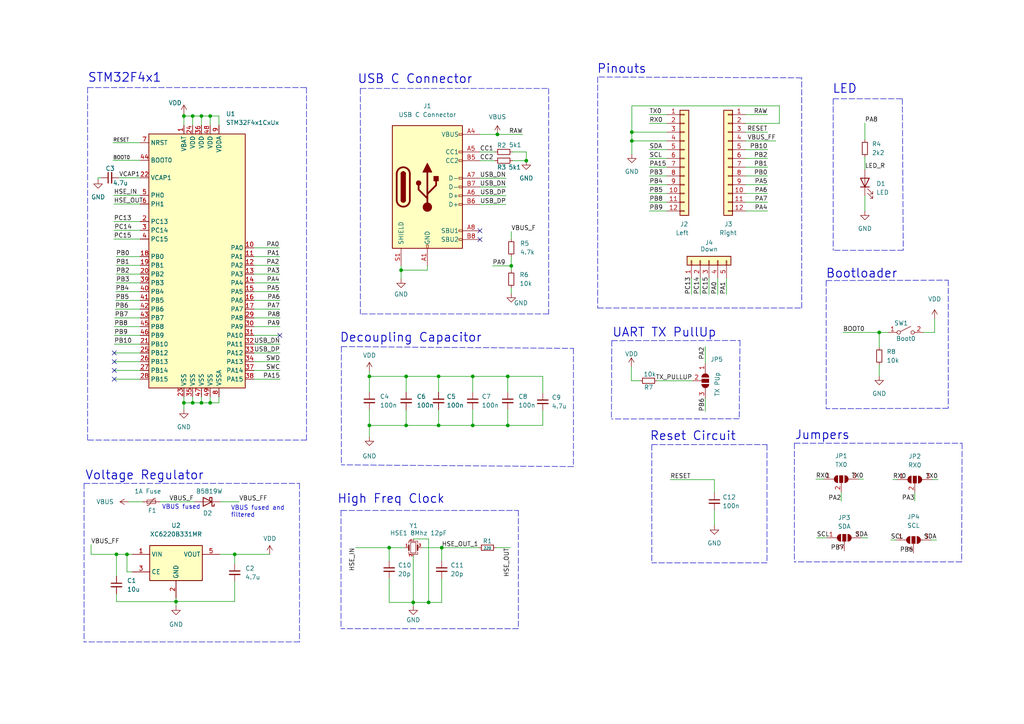
<source format=kicad_sch>
(kicad_sch (version 20211123) (generator eeschema)
  (paper "A4")
  (title_block (title "STeMCell") (date "2022-02-12") (rev "1.0.0"))
  (lib_symbols
    (symbol "Connector:USB_C_Receptacle_USB2.0" (pin_names (offset 1.016))
      (property "Reference" "J" (at -10.16 19.05 0))
      (property "Value" "USB_C_Receptacle_USB2.0" (at 19.05 19.05 0))
      (symbol "USB_C_Receptacle_USB2.0_0_0"
        (rectangle (start -0.254 -17.78) (end 0.254 -16.764))
        (rectangle (start 10.16 -14.986) (end 9.144 -15.494))
        (rectangle (start 10.16 -12.446) (end 9.144 -12.954))
        (rectangle (start 10.16 -4.826) (end 9.144 -5.334))
        (rectangle (start 10.16 -2.286) (end 9.144 -2.794))
        (rectangle (start 10.16 0.254) (end 9.144 -0.254))
        (rectangle (start 10.16 2.794) (end 9.144 2.286))
        (rectangle (start 10.16 7.874) (end 9.144 7.366))
        (rectangle (start 10.16 10.414) (end 9.144 9.906))
        (rectangle (start 10.16 15.494) (end 9.144 14.986))
      )
      (symbol "USB_C_Receptacle_USB2.0_0_1"
        (rectangle (start -10.16 17.78) (end 10.16 -17.78) (stroke (width 0.254)) (fill (type background)))
        (arc (start -8.89 -3.81) (mid -6.985 -5.715) (end -5.08 -3.81) (stroke (width 0.508)))
        (arc (start -7.62 -3.81) (mid -6.985 -4.445) (end -6.35 -3.81) (stroke (width 0.254)))
        (arc (start -7.62 -3.81) (mid -6.985 -4.445) (end -6.35 -3.81) (stroke (width 0.254)) (fill (type outline)))
        (rectangle (start -7.62 -3.81) (end -6.35 3.81) (stroke (width 0.254)) (fill (type outline)))
        (arc (start -6.35 3.81) (mid -6.985 4.445) (end -7.62 3.81) (stroke (width 0.254)))
        (arc (start -6.35 3.81) (mid -6.985 4.445) (end -7.62 3.81) (stroke (width 0.254)) (fill (type outline)))
        (arc (start -5.08 3.81) (mid -6.985 5.715) (end -8.89 3.81) (stroke (width 0.508)))
        (circle (center -2.54 1.143) (radius 0.635) (stroke (width 0.254)) (fill (type outline)))
        (circle (center 0 -5.842) (radius 1.27) (fill (type outline)))
        (polyline (pts (xy -8.89 -3.81) (xy -8.89 3.81)) (stroke (width 0.508)))
        (polyline (pts (xy -5.08 3.81) (xy -5.08 -3.81)) (stroke (width 0.508)))
        (polyline (pts (xy 0 -5.842) (xy 0 4.318)) (stroke (width 0.508)))
        (polyline (pts (xy 0 -3.302) (xy -2.54 -0.762) (xy -2.54 0.508)) (stroke (width 0.508)))
        (polyline (pts (xy 0 -2.032) (xy 2.54 0.508) (xy 2.54 1.778)) (stroke (width 0.508)))
        (polyline (pts (xy -1.27 4.318) (xy 0 6.858) (xy 1.27 4.318) (xy -1.27 4.318)) (stroke (width 0.254)) (fill (type outline)))
        (rectangle (start 1.905 1.778) (end 3.175 3.048) (stroke (width 0.254)) (fill (type outline)))
      )
      (symbol "USB_C_Receptacle_USB2.0_1_1"
        (pin passive line (at 0 -22.86 90) (length 5.08) (name "GND") (number "A1"))
        (pin passive line (at 0 -22.86 90) (length 5.08) hide (name "GND") (number "A12"))
        (pin passive line (at 15.24 15.24 180) (length 5.08) (name "VBUS") (number "A4"))
        (pin bidirectional line (at 15.24 10.16 180) (length 5.08) (name "CC1") (number "A5"))
        (pin bidirectional line (at 15.24 -2.54 180) (length 5.08) (name "D+") (number "A6"))
        (pin bidirectional line (at 15.24 2.54 180) (length 5.08) (name "D-") (number "A7"))
        (pin bidirectional line (at 15.24 -12.7 180) (length 5.08) (name "SBU1") (number "A8"))
        (pin passive line (at 15.24 15.24 180) (length 5.08) hide (name "VBUS") (number "A9"))
        (pin passive line (at 0 -22.86 90) (length 5.08) hide (name "GND") (number "B1"))
        (pin passive line (at 0 -22.86 90) (length 5.08) hide (name "GND") (number "B12"))
        (pin passive line (at 15.24 15.24 180) (length 5.08) hide (name "VBUS") (number "B4"))
        (pin bidirectional line (at 15.24 7.62 180) (length 5.08) (name "CC2") (number "B5"))
        (pin bidirectional line (at 15.24 -5.08 180) (length 5.08) (name "D+") (number "B6"))
        (pin bidirectional line (at 15.24 0 180) (length 5.08) (name "D-") (number "B7"))
        (pin bidirectional line (at 15.24 -15.24 180) (length 5.08) (name "SBU2") (number "B8"))
        (pin passive line (at 15.24 15.24 180) (length 5.08) hide (name "VBUS") (number "B9"))
        (pin passive line (at -7.62 -22.86 90) (length 5.08) (name "SHIELD") (number "S1"))
      )
    )
    (symbol "Connector_Generic:Conn_01x05" (pin_names (offset 1.016) hide)
      (property "Reference" "J" (at 0 7.62 0))
      (property "Value" "Conn_01x05" (at 0 -7.62 0))
      (symbol "Conn_01x05_1_1"
        (rectangle (start -1.27 -4.953) (end 0 -5.207) (stroke (width 0.1524)))
        (rectangle (start -1.27 -2.413) (end 0 -2.667) (stroke (width 0.1524)))
        (rectangle (start -1.27 0.127) (end 0 -0.127) (stroke (width 0.1524)))
        (rectangle (start -1.27 2.667) (end 0 2.413) (stroke (width 0.1524)))
        (rectangle (start -1.27 5.207) (end 0 4.953) (stroke (width 0.1524)))
        (rectangle (start -1.27 6.35) (end 1.27 -6.35) (stroke (width 0.254)) (fill (type background)))
        (pin passive line (at -5.08 5.08 0) (length 3.81) (name "Pin_1") (number "1"))
        (pin passive line (at -5.08 2.54 0) (length 3.81) (name "Pin_2") (number "2"))
        (pin passive line (at -5.08 0 0) (length 3.81) (name "Pin_3") (number "3"))
        (pin passive line (at -5.08 -2.54 0) (length 3.81) (name "Pin_4") (number "4"))
        (pin passive line (at -5.08 -5.08 0) (length 3.81) (name "Pin_5") (number "5"))
      )
    )
    (symbol "Connector_Generic:Conn_01x12" (pin_names (offset 1.016) hide)
      (property "Reference" "J" (at 0 15.24 0))
      (property "Value" "Conn_01x12" (at 0 -17.78 0))
      (symbol "Conn_01x12_1_1"
        (rectangle (start -1.27 -15.113) (end 0 -15.367) (stroke (width 0.1524)))
        (rectangle (start -1.27 -12.573) (end 0 -12.827) (stroke (width 0.1524)))
        (rectangle (start -1.27 -10.033) (end 0 -10.287) (stroke (width 0.1524)))
        (rectangle (start -1.27 -7.493) (end 0 -7.747) (stroke (width 0.1524)))
        (rectangle (start -1.27 -4.953) (end 0 -5.207) (stroke (width 0.1524)))
        (rectangle (start -1.27 -2.413) (end 0 -2.667) (stroke (width 0.1524)))
        (rectangle (start -1.27 0.127) (end 0 -0.127) (stroke (width 0.1524)))
        (rectangle (start -1.27 2.667) (end 0 2.413) (stroke (width 0.1524)))
        (rectangle (start -1.27 5.207) (end 0 4.953) (stroke (width 0.1524)))
        (rectangle (start -1.27 7.747) (end 0 7.493) (stroke (width 0.1524)))
        (rectangle (start -1.27 10.287) (end 0 10.033) (stroke (width 0.1524)))
        (rectangle (start -1.27 12.827) (end 0 12.573) (stroke (width 0.1524)))
        (rectangle (start -1.27 13.97) (end 1.27 -16.51) (stroke (width 0.254)) (fill (type background)))
        (pin passive line (at -5.08 12.7 0) (length 3.81) (name "Pin_1") (number "1"))
        (pin passive line (at -5.08 -10.16 0) (length 3.81) (name "Pin_10") (number "10"))
        (pin passive line (at -5.08 -12.7 0) (length 3.81) (name "Pin_11") (number "11"))
        (pin passive line (at -5.08 -15.24 0) (length 3.81) (name "Pin_12") (number "12"))
        (pin passive line (at -5.08 10.16 0) (length 3.81) (name "Pin_2") (number "2"))
        (pin passive line (at -5.08 7.62 0) (length 3.81) (name "Pin_3") (number "3"))
        (pin passive line (at -5.08 5.08 0) (length 3.81) (name "Pin_4") (number "4"))
        (pin passive line (at -5.08 2.54 0) (length 3.81) (name "Pin_5") (number "5"))
        (pin passive line (at -5.08 0 0) (length 3.81) (name "Pin_6") (number "6"))
        (pin passive line (at -5.08 -2.54 0) (length 3.81) (name "Pin_7") (number "7"))
        (pin passive line (at -5.08 -5.08 0) (length 3.81) (name "Pin_8") (number "8"))
        (pin passive line (at -5.08 -7.62 0) (length 3.81) (name "Pin_9") (number "9"))
      )
    )
    (symbol "Device:C_Small" (pin_numbers hide) (pin_names (offset 0.254) hide)
      (property "Reference" "C" (at 0.254 1.778 0))
      (property "Value" "C_Small" (at 0.254 -2.032 0))
      (symbol "C_Small_0_1"
        (polyline (pts (xy -1.524 -0.508) (xy 1.524 -0.508)) (stroke (width 0.3302)))
        (polyline (pts (xy -1.524 0.508) (xy 1.524 0.508)) (stroke (width 0.3048)))
      )
      (symbol "C_Small_1_1"
        (pin passive line (at 0 2.54 270) (length 2.032) (name "~") (number "1"))
        (pin passive line (at 0 -2.54 90) (length 2.032) (name "~") (number "2"))
      )
    )
    (symbol "Device:Crystal_GND24_Small" (pin_names (offset 1.016) hide)
      (property "Reference" "Y" (at 1.27 4.445 0))
      (property "Value" "Crystal_GND24_Small" (at 1.27 2.54 0))
      (symbol "Crystal_GND24_Small_0_1"
        (rectangle (start -0.762 -1.524) (end 0.762 1.524))
        (polyline (pts (xy -1.27 -0.762) (xy -1.27 0.762)) (stroke (width 0.381)))
        (polyline (pts (xy 1.27 -0.762) (xy 1.27 0.762)) (stroke (width 0.381)))
        (polyline (pts (xy -1.27 -1.27) (xy -1.27 -1.905) (xy 1.27 -1.905) (xy 1.27 -1.27)))
        (polyline (pts (xy -1.27 1.27) (xy -1.27 1.905) (xy 1.27 1.905) (xy 1.27 1.27)))
      )
      (symbol "Crystal_GND24_Small_1_1"
        (pin passive line (at -2.54 0 0) (length 1.27) (name "1") (number "1"))
        (pin passive line (at 0 -2.54 90) (length 0.635) (name "2") (number "2"))
        (pin passive line (at 2.54 0 180) (length 1.27) (name "3") (number "3"))
        (pin passive line (at 0 2.54 270) (length 0.635) (name "4") (number "4"))
      )
    )
    (symbol "Device:LED" (pin_numbers hide) (pin_names (offset 1.016) hide)
      (property "Reference" "D" (at 0 2.54 0))
      (property "Value" "LED" (at 0 -2.54 0))
      (symbol "LED_0_1"
        (polyline (pts (xy -1.27 -1.27) (xy -1.27 1.27)) (stroke (width 0.254)))
        (polyline (pts (xy -1.27 0) (xy 1.27 0)))
        (polyline (pts (xy 1.27 -1.27) (xy 1.27 1.27) (xy -1.27 0) (xy 1.27 -1.27)) (stroke (width 0.254)))
        (polyline (pts (xy -3.048 -0.762) (xy -4.572 -2.286) (xy -3.81 -2.286) (xy -4.572 -2.286) (xy -4.572 -1.524)))
        (polyline (pts (xy -1.778 -0.762) (xy -3.302 -2.286) (xy -2.54 -2.286) (xy -3.302 -2.286) (xy -3.302 -1.524)))
      )
      (symbol "LED_1_1"
        (pin passive line (at -3.81 0 0) (length 2.54) (name "K") (number "1"))
        (pin passive line (at 3.81 0 180) (length 2.54) (name "A") (number "2"))
      )
    )
    (symbol "Device:Polyfuse_Small" (pin_numbers hide) (pin_names (offset 0))
      (property "Reference" "F" (at -1.905 0 90))
      (property "Value" "Polyfuse_Small" (at 1.905 0 90))
      (symbol "Polyfuse_Small_0_1"
        (rectangle (start -0.508 1.27) (end 0.508 -1.27))
        (polyline (pts (xy 0 2.54) (xy 0 -2.54)))
        (polyline (pts (xy -1.016 1.27) (xy -1.016 0.762) (xy 1.016 -0.762) (xy 1.016 -1.27)))
      )
      (symbol "Polyfuse_Small_1_1"
        (pin passive line (at 0 2.54 270) (length 0.635) (name "~") (number "1"))
        (pin passive line (at 0 -2.54 90) (length 0.635) (name "~") (number "2"))
      )
    )
    (symbol "Device:R_Small" (pin_numbers hide) (pin_names (offset 0.254) hide)
      (property "Reference" "R" (at 0.762 0.508 0))
      (property "Value" "R_Small" (at 0.762 -1.016 0))
      (symbol "R_Small_0_1"
        (rectangle (start -0.762 1.778) (end 0.762 -1.778) (stroke (width 0.2032)))
      )
      (symbol "R_Small_1_1"
        (pin passive line (at 0 2.54 270) (length 0.762) (name "~") (number "1"))
        (pin passive line (at 0 -2.54 90) (length 0.762) (name "~") (number "2"))
      )
    )
    (symbol "Diode:1N5819" (pin_numbers hide) (pin_names (offset 1.016) hide)
      (property "Reference" "D" (at 0 2.54 0))
      (property "Value" "1N5819" (at 0 -2.54 0))
      (symbol "1N5819_0_1"
        (polyline (pts (xy 1.27 0) (xy -1.27 0)))
        (polyline (pts (xy 1.27 1.27) (xy 1.27 -1.27) (xy -1.27 0) (xy 1.27 1.27)) (stroke (width 0.254)))
        (polyline (pts (xy -1.905 0.635) (xy -1.905 1.27) (xy -1.27 1.27) (xy -1.27 -1.27) (xy -0.635 -1.27) (xy -0.635 -0.635)) (stroke (width 0.254)))
      )
      (symbol "1N5819_1_1"
        (pin passive line (at -3.81 0 0) (length 2.54) (name "K") (number "1"))
        (pin passive line (at 3.81 0 180) (length 2.54) (name "A") (number "2"))
      )
    )
    (symbol "Jumper:SolderJumper_3_Open" (pin_names (offset 0) hide)
      (property "Reference" "JP" (at -2.54 -2.54 0))
      (property "Value" "SolderJumper_3_Open" (at 0 2.794 0))
      (symbol "SolderJumper_3_Open_0_1"
        (arc (start -1.016 1.016) (mid -2.032 0) (end -1.016 -1.016))
        (arc (start -1.016 1.016) (mid -2.032 0) (end -1.016 -1.016) (fill (type outline)))
        (rectangle (start -0.508 1.016) (end 0.508 -1.016) (fill (type outline)))
        (polyline (pts (xy -2.54 0) (xy -2.032 0)))
        (polyline (pts (xy -1.016 1.016) (xy -1.016 -1.016)))
        (polyline (pts (xy 0 -1.27) (xy 0 -1.016)))
        (polyline (pts (xy 1.016 1.016) (xy 1.016 -1.016)))
        (polyline (pts (xy 2.54 0) (xy 2.032 0)))
        (arc (start 1.016 -1.016) (mid 2.032 0) (end 1.016 1.016))
        (arc (start 1.016 -1.016) (mid 2.032 0) (end 1.016 1.016) (fill (type outline)))
      )
      (symbol "SolderJumper_3_Open_1_1"
        (pin passive line (at -5.08 0 0) (length 2.54) (name "A") (number "1"))
        (pin input line (at 0 -3.81 90) (length 2.54) (name "C") (number "2"))
        (pin passive line (at 5.08 0 180) (length 2.54) (name "B") (number "3"))
      )
    )
    (symbol "MCU_ST_STM32F4:STM32F411CCUx"
      (property "Reference" "U" (at -15.24 36.83 0))
      (property "Value" "STM32F411CCUx" (at 7.62 36.83 0))
      (symbol "STM32F411CCUx_0_1"
        (rectangle (start -15.24 -38.1) (end 12.7 35.56) (stroke (width 0.254)) (fill (type background)))
      )
      (symbol "STM32F411CCUx_1_1"
        (pin power_in line (at -5.08 38.1 270) (length 2.54) (name "VBAT") (number "1"))
        (pin bidirectional line (at 15.24 2.54 180) (length 2.54) (name "PA0") (number "10"))
        (pin bidirectional line (at 15.24 0 180) (length 2.54) (name "PA1") (number "11"))
        (pin bidirectional line (at 15.24 -2.54 180) (length 2.54) (name "PA2") (number "12"))
        (pin bidirectional line (at 15.24 -5.08 180) (length 2.54) (name "PA3") (number "13"))
        (pin bidirectional line (at 15.24 -7.62 180) (length 2.54) (name "PA4") (number "14"))
        (pin bidirectional line (at 15.24 -10.16 180) (length 2.54) (name "PA5") (number "15"))
        (pin bidirectional line (at 15.24 -12.7 180) (length 2.54) (name "PA6") (number "16"))
        (pin bidirectional line (at 15.24 -15.24 180) (length 2.54) (name "PA7") (number "17"))
        (pin bidirectional line (at -17.78 0 0) (length 2.54) (name "PB0") (number "18"))
        (pin bidirectional line (at -17.78 -2.54 0) (length 2.54) (name "PB1") (number "19"))
        (pin bidirectional line (at -17.78 10.16 0) (length 2.54) (name "PC13") (number "2"))
        (pin bidirectional line (at -17.78 -5.08 0) (length 2.54) (name "PB2") (number "20"))
        (pin bidirectional line (at -17.78 -25.4 0) (length 2.54) (name "PB10") (number "21"))
        (pin power_in line (at -17.78 22.86 0) (length 2.54) (name "VCAP1") (number "22"))
        (pin power_in line (at -5.08 -40.64 90) (length 2.54) (name "VSS") (number "23"))
        (pin power_in line (at -2.54 38.1 270) (length 2.54) (name "VDD") (number "24"))
        (pin bidirectional line (at -17.78 -27.94 0) (length 2.54) (name "PB12") (number "25"))
        (pin bidirectional line (at -17.78 -30.48 0) (length 2.54) (name "PB13") (number "26"))
        (pin bidirectional line (at -17.78 -33.02 0) (length 2.54) (name "PB14") (number "27"))
        (pin bidirectional line (at -17.78 -35.56 0) (length 2.54) (name "PB15") (number "28"))
        (pin bidirectional line (at 15.24 -17.78 180) (length 2.54) (name "PA8") (number "29"))
        (pin bidirectional line (at -17.78 7.62 0) (length 2.54) (name "PC14") (number "3"))
        (pin bidirectional line (at 15.24 -20.32 180) (length 2.54) (name "PA9") (number "30"))
        (pin bidirectional line (at 15.24 -22.86 180) (length 2.54) (name "PA10") (number "31"))
        (pin bidirectional line (at 15.24 -25.4 180) (length 2.54) (name "PA11") (number "32"))
        (pin bidirectional line (at 15.24 -27.94 180) (length 2.54) (name "PA12") (number "33"))
        (pin bidirectional line (at 15.24 -30.48 180) (length 2.54) (name "PA13") (number "34"))
        (pin power_in line (at -2.54 -40.64 90) (length 2.54) (name "VSS") (number "35"))
        (pin power_in line (at 0 38.1 270) (length 2.54) (name "VDD") (number "36"))
        (pin bidirectional line (at 15.24 -33.02 180) (length 2.54) (name "PA14") (number "37"))
        (pin bidirectional line (at 15.24 -35.56 180) (length 2.54) (name "PA15") (number "38"))
        (pin bidirectional line (at -17.78 -7.62 0) (length 2.54) (name "PB3") (number "39"))
        (pin bidirectional line (at -17.78 5.08 0) (length 2.54) (name "PC15") (number "4"))
        (pin bidirectional line (at -17.78 -10.16 0) (length 2.54) (name "PB4") (number "40"))
        (pin bidirectional line (at -17.78 -12.7 0) (length 2.54) (name "PB5") (number "41"))
        (pin bidirectional line (at -17.78 -15.24 0) (length 2.54) (name "PB6") (number "42"))
        (pin bidirectional line (at -17.78 -17.78 0) (length 2.54) (name "PB7") (number "43"))
        (pin input line (at -17.78 27.94 0) (length 2.54) (name "BOOT0") (number "44"))
        (pin bidirectional line (at -17.78 -20.32 0) (length 2.54) (name "PB8") (number "45"))
        (pin bidirectional line (at -17.78 -22.86 0) (length 2.54) (name "PB9") (number "46"))
        (pin power_in line (at 0 -40.64 90) (length 2.54) (name "VSS") (number "47"))
        (pin power_in line (at 2.54 38.1 270) (length 2.54) (name "VDD") (number "48"))
        (pin power_in line (at 2.54 -40.64 90) (length 2.54) (name "VSS") (number "49"))
        (pin input line (at -17.78 17.78 0) (length 2.54) (name "PH0") (number "5"))
        (pin input line (at -17.78 15.24 0) (length 2.54) (name "PH1") (number "6"))
        (pin input line (at -17.78 33.02 0) (length 2.54) (name "NRST") (number "7"))
        (pin power_in line (at 5.08 -40.64 90) (length 2.54) (name "VSSA") (number "8"))
        (pin power_in line (at 5.08 38.1 270) (length 2.54) (name "VDDA") (number "9"))
      )
    )
    (symbol "Regulator_Linear:XC6220B331MR"
      (property "Reference" "U" (at 0 8.89 0))
      (property "Value" "XC6220B331MR" (at 0 6.35 0))
      (symbol "XC6220B331MR_0_1"
        (rectangle (start -7.62 5.08) (end 7.62 -5.08) (stroke (width 0.254)) (fill (type background)))
      )
      (symbol "XC6220B331MR_1_1"
        (pin power_in line (at -12.7 2.54 0) (length 5.08) (name "VIN") (number "1"))
        (pin power_in line (at 0 -10.16 90) (length 5.08) (name "GND") (number "2"))
        (pin input line (at -12.7 -2.54 0) (length 5.08) (name "CE") (number "3"))
        (pin no_connect line (at 12.7 -2.54 180) (length 5.08) hide (name "NC") (number "4"))
        (pin power_out line (at 12.7 2.54 180) (length 5.08) (name "VOUT") (number "5"))
      )
    )
    (symbol "Switch:SW_SPST" (pin_names (offset 0) hide)
      (property "Reference" "SW" (at 0 3.175 0))
      (property "Value" "SW_SPST" (at 0 -2.54 0))
      (symbol "SW_SPST_0_0"
        (circle (center -2.032 0) (radius 0.508))
        (polyline (pts (xy -1.524 0.254) (xy 1.524 1.778)))
        (circle (center 2.032 0) (radius 0.508))
      )
      (symbol "SW_SPST_1_1"
        (pin passive line (at -5.08 0 0) (length 2.54) (name "A") (number "1"))
        (pin passive line (at 5.08 0 180) (length 2.54) (name "B") (number "2"))
      )
    )
    (symbol "power:GND" (power) (pin_names (offset 0))
      (property "Value" "GND" (at 0 -3.81 0))
      (symbol "GND_0_1"
        (polyline (pts (xy 0 0) (xy 0 -1.27) (xy 1.27 -1.27) (xy 0 -2.54) (xy -1.27 -1.27) (xy 0 -1.27)))
      )
      (symbol "GND_1_1"
        (pin power_in line (at 0 0 270) (length 0) hide (name "GND") (number "1"))
      )
    )
    (symbol "power:VBUS" (power) (pin_names (offset 0))
      (property "Value" "VBUS" (at 0 3.81 0))
      (symbol "VBUS_0_1"
        (polyline (pts (xy -0.762 1.27) (xy 0 2.54)))
        (polyline (pts (xy 0 0) (xy 0 2.54)))
        (polyline (pts (xy 0 2.54) (xy 0.762 1.27)))
      )
      (symbol "VBUS_1_1"
        (pin power_in line (at 0 0 90) (length 0) hide (name "VBUS") (number "1"))
      )
    )
    (symbol "power:VDD" (power) (pin_names (offset 0))
      (property "Value" "VDD" (at 0 3.81 0))
      (symbol "VDD_0_1"
        (polyline (pts (xy -0.762 1.27) (xy 0 2.54)))
        (polyline (pts (xy 0 0) (xy 0 2.54)))
        (polyline (pts (xy 0 2.54) (xy 0.762 1.27)))
      )
      (symbol "VDD_1_1"
        (pin power_in line (at 0 0 90) (length 0) hide (name "VDD") (number "1"))
      )
    )
  )
  (junction (at 68.072 160.782))
  (junction (at 127.2032 123.3932))
  (junction (at 119.8626 174.7266))
  (junction (at 53.34 116.84))
  (junction (at 255.016 96.4184))
  (junction (at 148.2852 77.1144))
  (junction (at 116.332 78.359))
  (junction (at 124.3076 174.7266))
  (junction (at 137.1092 123.3932))
  (junction (at 117.8052 109.1692))
  (junction (at 137.1092 109.1692))
  (junction (at 144.272 38.989))
  (junction (at 55.88 33.655))
  (junction (at 117.8052 123.3932))
  (junction (at 51.054 174.498))
  (junction (at 183.261 40.8686))
  (junction (at 60.96 33.655))
  (junction (at 60.96 116.84))
  (junction (at 152.654 46.609))
  (junction (at 58.42 33.655))
  (junction (at 107.1372 123.3932))
  (junction (at 183.261 38.3286))
  (junction (at 128.1176 158.8516))
  (junction (at 147.2692 123.3932))
  (junction (at 58.42 116.84))
  (junction (at 53.34 33.655))
  (junction (at 55.88 116.84))
  (junction (at 147.2692 109.1692))
  (junction (at 36.83 160.782))
  (junction (at 112.8776 158.8516))
  (junction (at 33.782 160.782))
  (junction (at 107.1372 109.1692))
  (junction (at 127.2032 109.1692))
  (no_connect (at 33.147 107.442))
  (no_connect (at 139.192 66.929))
  (no_connect (at 139.192 69.469))
  (no_connect (at 81.153 97.282))
  (no_connect (at 33.147 109.982))
  (no_connect (at 33.147 104.902))
  (no_connect (at 33.147 102.362))
  (wire (pts (xy 226.06 30.7086) (xy 183.261 30.7086)))
  (polyline (pts (xy 150.3426 182.3466) (xy 98.9076 182.3466)))
  (wire (pts (xy 236.6264 138.9634) (xy 238.9124 138.9634)))
  (wire (pts (xy 250.8504 45.593) (xy 250.8504 49.149)))
  (wire (pts (xy 250.4694 138.9634) (xy 249.0724 138.9634)))
  (wire (pts (xy 46.4312 145.542) (xy 56.388 145.542)))
  (wire (pts (xy 137.1092 118.8212) (xy 137.1092 123.3932)))
  (polyline (pts (xy 88.9 25.4) (xy 88.9 127.635)))
  (wire (pts (xy 183.261 40.8686) (xy 193.421 40.8686)))
  (wire (pts (xy 216.281 40.8686) (xy 225.0186 40.8686)))
  (wire (pts (xy 271.6784 156.6164) (xy 270.0274 156.6164)))
  (wire (pts (xy 117.8052 109.1692) (xy 127.2032 109.1692)))
  (wire (pts (xy 116.332 77.089) (xy 116.332 78.359)))
  (wire (pts (xy 73.66 104.902) (xy 81.2546 104.902)))
  (wire (pts (xy 33.655 79.502) (xy 40.64 79.502)))
  (wire (pts (xy 33.782 160.782) (xy 36.83 160.782)))
  (wire (pts (xy 183.134 110.4392) (xy 185.5724 110.4392)))
  (wire (pts (xy 68.072 160.782) (xy 68.072 163.576)))
  (wire (pts (xy 157.4292 119.0752) (xy 157.4292 123.3932)))
  (wire (pts (xy 33.274 92.202) (xy 40.64 92.202)))
  (polyline (pts (xy 88.9 127.635) (xy 25.4 127.635)))
  (wire (pts (xy 73.66 71.882) (xy 81.026 71.882)))
  (wire (pts (xy 216.281 35.7886) (xy 226.06 35.7886)))
  (wire (pts (xy 147.2692 118.8212) (xy 147.2692 123.3932)))
  (wire (pts (xy 73.66 102.362) (xy 81.2038 102.362)))
  (wire (pts (xy 137.1092 123.3932) (xy 127.2032 123.3932)))
  (wire (pts (xy 216.281 45.9486) (xy 222.631 45.9486)))
  (wire (pts (xy 188.341 33.2486) (xy 193.421 33.2486)))
  (wire (pts (xy 32.766 41.402) (xy 40.64 41.402)))
  (polyline (pts (xy 189.0522 128.9558) (xy 189.0522 163.2458)))
  (wire (pts (xy 255.016 105.8164) (xy 255.016 109.0676)))
  (wire (pts (xy 143.9164 158.8516) (xy 147.9804 158.8516)))
  (wire (pts (xy 122.4026 158.8516) (xy 128.1176 158.8516)))
  (wire (pts (xy 143.5862 44.069) (xy 139.192 44.069)))
  (polyline (pts (xy 261.7216 28.6512) (xy 261.9756 72.5932)))
  (polyline (pts (xy 166.3192 101.0412) (xy 166.3192 135.3312)))
  (wire (pts (xy 58.42 33.655) (xy 58.42 36.322)))
  (wire (pts (xy 183.261 38.3286) (xy 183.261 40.8686)))
  (wire (pts (xy 60.96 115.062) (xy 60.96 116.84)))
  (wire (pts (xy 33.401 89.662) (xy 40.64 89.662)))
  (polyline (pts (xy 104.521 25.654) (xy 159.131 25.654)))
  (wire (pts (xy 216.281 43.4086) (xy 222.631 43.4086)))
  (wire (pts (xy 148.2852 67.1576) (xy 148.2852 69.342)))
  (wire (pts (xy 112.8776 167.7416) (xy 112.8776 174.7266)))
  (wire (pts (xy 73.66 94.742) (xy 81.2292 94.742)))
  (polyline (pts (xy 239.6236 81.3816) (xy 239.6236 118.5418)))
  (wire (pts (xy 139.192 38.989) (xy 144.272 38.989)))
  (wire (pts (xy 152.654 44.069) (xy 152.654 46.609)))
  (wire (pts (xy 124.3076 156.3116) (xy 124.3076 174.7266)))
  (wire (pts (xy 73.66 109.982) (xy 81.2546 109.982)))
  (polyline (pts (xy 177.4444 98.806) (xy 214.63 98.7552)))
  (wire (pts (xy 73.66 84.582) (xy 81.1022 84.582)))
  (wire (pts (xy 33.1216 99.822) (xy 40.64 99.822)))
  (wire (pts (xy 183.261 38.3286) (xy 193.421 38.3286)))
  (polyline (pts (xy 278.9174 162.9664) (xy 230.4034 162.9664)))
  (wire (pts (xy 112.8776 158.8516) (xy 117.3226 158.8516)))
  (wire (pts (xy 183.261 40.8686) (xy 183.261 44.6786)))
  (polyline (pts (xy 24.384 140.208) (xy 24.384 186.182)))
  (wire (pts (xy 55.88 33.655) (xy 58.42 33.655)))
  (wire (pts (xy 33.528 87.122) (xy 40.64 87.122)))
  (wire (pts (xy 190.6524 110.4392) (xy 200.7616 110.4392)))
  (wire (pts (xy 63.5 116.84) (xy 60.96 116.84)))
  (wire (pts (xy 33.147 66.802) (xy 40.64 66.802)))
  (wire (pts (xy 68.072 168.656) (xy 68.072 174.4472)))
  (wire (pts (xy 148.6662 44.069) (xy 152.654 44.069)))
  (wire (pts (xy 107.1372 118.8212) (xy 107.1372 123.3932)))
  (wire (pts (xy 216.281 61.1886) (xy 222.631 61.1886)))
  (wire (pts (xy 73.66 107.442) (xy 81.2546 107.442)))
  (wire (pts (xy 205.6384 80.6958) (xy 205.6384 85.3948)))
  (wire (pts (xy 123.952 77.089) (xy 123.952 78.359)))
  (wire (pts (xy 53.34 115.062) (xy 53.34 116.84)))
  (wire (pts (xy 53.34 33.655) (xy 55.88 33.655)))
  (wire (pts (xy 51.308 174.4472) (xy 51.054 174.498)))
  (wire (pts (xy 73.66 89.662) (xy 81.1784 89.662)))
  (polyline (pts (xy 159.131 91.059) (xy 104.521 91.059)))
  (wire (pts (xy 73.66 74.422) (xy 81.153 74.422)))
  (wire (pts (xy 73.66 92.202) (xy 81.28 92.202)))
  (wire (pts (xy 53.34 33.02) (xy 53.34 33.655)))
  (wire (pts (xy 112.8776 162.6616) (xy 112.8776 158.8516)))
  (wire (pts (xy 60.96 33.655) (xy 63.5 33.655)))
  (wire (pts (xy 63.5 36.322) (xy 63.5 33.655)))
  (wire (pts (xy 33.147 102.362) (xy 40.64 102.362)))
  (wire (pts (xy 107.1372 123.3932) (xy 107.1372 126.6952)))
  (wire (pts (xy 127.2032 109.1692) (xy 137.1092 109.1692)))
  (wire (pts (xy 216.281 48.4886) (xy 222.631 48.4886)))
  (polyline (pts (xy 25.4 25.4) (xy 88.9 25.4)))
  (wire (pts (xy 112.8776 174.7266) (xy 119.8626 174.7266)))
  (wire (pts (xy 124.3076 174.7266) (xy 128.1176 174.7266)))
  (wire (pts (xy 148.2852 74.422) (xy 148.2852 77.1144)))
  (wire (pts (xy 26.416 157.988) (xy 26.416 160.782)))
  (polyline (pts (xy 177.4444 98.806) (xy 177.3428 121.5136)))
  (polyline (pts (xy 222.4532 128.9558) (xy 222.4532 163.2458)))
  (wire (pts (xy 137.1092 113.7412) (xy 137.1092 109.1692)))
  (wire (pts (xy 203.0984 80.6958) (xy 203.0984 85.3948)))
  (wire (pts (xy 148.6662 46.609) (xy 152.654 46.609)))
  (wire (pts (xy 267.7668 96.4184) (xy 271.0688 96.4184)))
  (wire (pts (xy 139.192 51.689) (xy 146.7612 51.689)))
  (wire (pts (xy 53.34 33.655) (xy 53.34 36.322)))
  (wire (pts (xy 139.192 56.769) (xy 146.7612 56.769)))
  (wire (pts (xy 142.8496 77.1144) (xy 148.2852 77.1144)))
  (wire (pts (xy 33.147 107.442) (xy 40.64 107.442)))
  (wire (pts (xy 36.83 160.782) (xy 38.354 160.782)))
  (wire (pts (xy 204.5716 100.5332) (xy 204.5716 105.3592)))
  (wire (pts (xy 208.1784 80.6958) (xy 208.1784 85.3948)))
  (wire (pts (xy 188.341 45.9486) (xy 193.421 45.9486)))
  (polyline (pts (xy 173.355 22.3266) (xy 173.355 89.3318)))
  (wire (pts (xy 244.5004 96.4184) (xy 255.016 96.4184)))
  (polyline (pts (xy 239.6236 81.3816) (xy 275.0312 81.2546)))
  (wire (pts (xy 207.2132 139.1158) (xy 207.2132 142.9258)))
  (wire (pts (xy 183.261 30.7086) (xy 183.261 38.3286)))
  (polyline (pts (xy 230.4034 128.5494) (xy 230.4034 162.9664)))
  (wire (pts (xy 36.83 165.862) (xy 36.83 160.782)))
  (wire (pts (xy 216.281 53.5686) (xy 222.631 53.5686)))
  (wire (pts (xy 147.2692 123.3932) (xy 137.1092 123.3932)))
  (wire (pts (xy 40.64 69.342) (xy 33.02 69.342)))
  (wire (pts (xy 28.448 52.07) (xy 28.448 51.562)))
  (wire (pts (xy 188.341 43.4086) (xy 193.421 43.4086)))
  (wire (pts (xy 139.192 59.309) (xy 146.7612 59.309)))
  (wire (pts (xy 63.754 160.782) (xy 68.072 160.782)))
  (wire (pts (xy 216.281 33.2486) (xy 222.631 33.2486)))
  (wire (pts (xy 41.3512 145.542) (xy 37.338 145.542)))
  (wire (pts (xy 255.016 96.4184) (xy 255.016 100.7364)))
  (wire (pts (xy 33.528 84.582) (xy 40.64 84.582)))
  (wire (pts (xy 128.1176 158.8516) (xy 128.1176 162.6616)))
  (wire (pts (xy 183.134 106.3244) (xy 183.134 110.4392)))
  (polyline (pts (xy 99.0092 100.5332) (xy 99.0092 134.8232)))
  (wire (pts (xy 33.147 109.982) (xy 40.64 109.982)))
  (wire (pts (xy 128.1176 158.8516) (xy 138.8364 158.8516)))
  (wire (pts (xy 117.8052 123.3932) (xy 127.2032 123.3932)))
  (wire (pts (xy 188.341 51.0286) (xy 193.421 51.0286)))
  (wire (pts (xy 216.281 38.3286) (xy 222.631 38.3286)))
  (wire (pts (xy 119.8626 174.7266) (xy 124.3076 174.7266)))
  (wire (pts (xy 73.66 87.122) (xy 81.28 87.122)))
  (wire (pts (xy 216.281 58.6486) (xy 222.631 58.6486)))
  (wire (pts (xy 34.417 51.562) (xy 40.64 51.562)))
  (wire (pts (xy 119.8626 156.3116) (xy 124.3076 156.3116)))
  (polyline (pts (xy 279.0444 128.5494) (xy 278.9174 162.9664)))
  (wire (pts (xy 148.2852 85.09) (xy 148.2852 83.5152)))
  (wire (pts (xy 216.281 56.1086) (xy 222.631 56.1086)))
  (polyline (pts (xy 232.537 89.3318) (xy 232.537 22.5806)))
  (wire (pts (xy 58.42 33.655) (xy 60.96 33.655)))
  (wire (pts (xy 119.8626 175.7426) (xy 119.8626 174.7266)))
  (wire (pts (xy 258.3434 156.6164) (xy 259.8674 156.6164)))
  (polyline (pts (xy 261.9756 72.5932) (xy 241.6556 72.5932)))
  (wire (pts (xy 188.341 48.4886) (xy 193.421 48.4886)))
  (polyline (pts (xy 99.0092 100.5332) (xy 166.3192 101.0412)))
  (wire (pts (xy 107.1372 109.1692) (xy 107.1372 113.7412)))
  (wire (pts (xy 188.341 56.1086) (xy 193.421 56.1086)))
  (wire (pts (xy 127.2032 113.7412) (xy 127.2032 109.1692)))
  (wire (pts (xy 68.072 160.782) (xy 78.232 160.782)))
  (wire (pts (xy 204.5716 115.5192) (xy 204.5716 119.3292)))
  (wire (pts (xy 33.147 97.282) (xy 40.64 97.282)))
  (wire (pts (xy 40.64 59.182) (xy 33.02 59.182)))
  (polyline (pts (xy 241.6556 28.6512) (xy 261.7216 28.6512)))
  (polyline (pts (xy 241.6556 28.6512) (xy 241.6556 72.5932)))
  (wire (pts (xy 255.016 96.4184) (xy 257.6068 96.4184)))
  (wire (pts (xy 64.008 145.542) (xy 69.342 145.542)))
  (polyline (pts (xy 86.868 140.208) (xy 86.868 186.182)))
  (wire (pts (xy 265.3284 145.3388) (xy 265.3284 142.9004)))
  (wire (pts (xy 63.5 115.062) (xy 63.5 116.84)))
  (wire (pts (xy 68.072 174.4472) (xy 51.308 174.4472)))
  (wire (pts (xy 33.655 74.422) (xy 40.64 74.422)))
  (wire (pts (xy 40.64 56.642) (xy 33.02 56.642)))
  (wire (pts (xy 58.42 115.062) (xy 58.42 116.84)))
  (wire (pts (xy 251.7394 155.9814) (xy 249.9614 155.9814)))
  (wire (pts (xy 55.88 116.84) (xy 53.34 116.84)))
  (wire (pts (xy 60.96 116.84) (xy 58.42 116.84)))
  (wire (pts (xy 236.8804 155.9814) (xy 239.8014 155.9814)))
  (wire (pts (xy 60.96 33.655) (xy 60.96 36.322)))
  (wire (pts (xy 73.66 82.042) (xy 81.1022 82.042)))
  (wire (pts (xy 271.0688 92.3798) (xy 271.0688 96.4184)))
  (polyline (pts (xy 214.4014 121.4628) (xy 177.3428 121.5136)))
  (wire (pts (xy 127.2032 118.8212) (xy 127.2032 123.3932)))
  (wire (pts (xy 207.2132 148.0058) (xy 207.2132 152.4508)))
  (wire (pts (xy 144.272 38.989) (xy 151.638 38.989)))
  (polyline (pts (xy 150.3426 148.0566) (xy 150.3426 182.3466)))
  (wire (pts (xy 73.66 99.822) (xy 81.2292 99.822)))
  (wire (pts (xy 216.281 51.0286) (xy 222.631 51.0286)))
  (polyline (pts (xy 98.9076 148.0566) (xy 98.9076 182.3466)))
  (wire (pts (xy 143.5862 46.609) (xy 139.192 46.609)))
  (polyline (pts (xy 166.3192 135.3312) (xy 99.0092 134.8232)))
  (wire (pts (xy 157.4292 109.1692) (xy 147.2692 109.1692)))
  (wire (pts (xy 117.8052 109.1692) (xy 107.1372 109.1692)))
  (polyline (pts (xy 189.0522 128.9558) (xy 222.4532 128.9558)))
  (wire (pts (xy 33.147 104.902) (xy 40.64 104.902)))
  (polyline (pts (xy 159.131 25.654) (xy 159.131 91.059)))
  (polyline (pts (xy 275.0312 81.2546) (xy 275.0312 118.4148)))
  (wire (pts (xy 117.8052 113.7412) (xy 117.8052 109.1692)))
  (wire (pts (xy 258.9784 139.0904) (xy 260.2484 139.0904)))
  (wire (pts (xy 188.341 35.7886) (xy 193.421 35.7886)))
  (polyline (pts (xy 86.868 186.182) (xy 24.384 186.182)))
  (wire (pts (xy 38.354 165.862) (xy 36.83 165.862)))
  (wire (pts (xy 188.341 61.1886) (xy 193.421 61.1886)))
  (polyline (pts (xy 214.63 98.7552) (xy 214.4014 121.4628)))
  (wire (pts (xy 188.341 53.5686) (xy 193.421 53.5686)))
  (polyline (pts (xy 232.537 22.5806) (xy 173.355 22.3266)))
  (polyline (pts (xy 98.9076 148.0566) (xy 150.3426 148.0566)))
  (wire (pts (xy 148.2852 77.1144) (xy 148.2852 78.4352)))
  (polyline (pts (xy 230.4034 128.5494) (xy 279.0444 128.5494)))
  (wire (pts (xy 210.7184 80.6958) (xy 210.7184 85.3948)))
  (wire (pts (xy 200.5584 80.6958) (xy 200.5584 85.3948)))
  (wire (pts (xy 250.8504 56.769) (xy 250.8504 61.214)))
  (wire (pts (xy 272.0594 139.0904) (xy 270.4084 139.0904)))
  (wire (pts (xy 147.2692 109.1692) (xy 147.2692 113.7412)))
  (wire (pts (xy 33.655 82.042) (xy 40.64 82.042)))
  (polyline (pts (xy 104.521 25.654) (xy 104.521 91.059)))
  (wire (pts (xy 55.88 115.062) (xy 55.88 116.84)))
  (wire (pts (xy 107.1372 107.6452) (xy 107.1372 109.1692)))
  (wire (pts (xy 33.782 160.782) (xy 33.782 167.132)))
  (wire (pts (xy 26.416 160.782) (xy 33.782 160.782)))
  (wire (pts (xy 33.782 172.212) (xy 33.782 174.498)))
  (wire (pts (xy 116.332 78.359) (xy 116.332 80.899)))
  (wire (pts (xy 73.66 79.502) (xy 81.153 79.502)))
  (wire (pts (xy 117.8052 123.3932) (xy 107.1372 123.3932)))
  (wire (pts (xy 116.332 78.359) (xy 123.952 78.359)))
  (wire (pts (xy 28.448 51.562) (xy 29.337 51.562)))
  (wire (pts (xy 226.06 35.7886) (xy 226.06 30.7086)))
  (polyline (pts (xy 24.384 140.208) (xy 86.868 140.208)))
  (wire (pts (xy 194.4116 139.1158) (xy 207.2132 139.1158)))
  (polyline (pts (xy 222.4532 163.2458) (xy 189.0522 163.2458)))
  (wire (pts (xy 250.8504 35.687) (xy 250.8504 40.513)))
  (wire (pts (xy 58.42 116.84) (xy 55.88 116.84)))
  (wire (pts (xy 55.88 36.322) (xy 55.88 33.655)))
  (wire (pts (xy 51.054 173.482) (xy 51.054 174.498)))
  (wire (pts (xy 128.1176 167.7416) (xy 128.1176 174.7266)))
  (wire (pts (xy 117.8052 118.8212) (xy 117.8052 123.3932)))
  (wire (pts (xy 73.66 76.962) (xy 81.026 76.962)))
  (wire (pts (xy 33.782 174.498) (xy 51.054 174.498)))
  (wire (pts (xy 53.34 116.84) (xy 53.34 118.745)))
  (wire (pts (xy 243.9924 145.3896) (xy 243.9924 142.7734)))
  (wire (pts (xy 81.153 97.282) (xy 73.66 97.282)))
  (polyline (pts (xy 275.0312 118.4148) (xy 239.6236 118.5418)))
  (wire (pts (xy 139.192 54.229) (xy 146.7612 54.229)))
  (wire (pts (xy 188.341 58.6486) (xy 193.421 58.6486)))
  (wire (pts (xy 103.1494 158.8516) (xy 112.8776 158.8516)))
  (wire (pts (xy 157.4292 113.9952) (xy 157.4292 109.1692)))
  (wire (pts (xy 32.766 46.482) (xy 40.64 46.482)))
  (wire (pts (xy 33.147 94.742) (xy 40.64 94.742)))
  (wire (pts (xy 137.1092 109.1692) (xy 147.2692 109.1692)))
  (polyline (pts (xy 173.355 89.3318) (xy 232.537 89.3318)))
  (polyline (pts (xy 25.4 25.4) (xy 25.4 127.635)))
  (wire (pts (xy 157.4292 123.3932) (xy 147.2692 123.3932)))
  (wire (pts (xy 51.054 174.498) (xy 51.054 175.768)))
  (wire (pts (xy 119.8626 161.3916) (xy 119.8626 174.7266)))
  (wire (pts (xy 33.6296 76.962) (xy 40.64 76.962)))
  (wire (pts (xy 33.02 64.262) (xy 40.64 64.262)))
  (text "Jumpers\n" (at 230.4796 127.7874 0) (effects (font (size 2.54 2.54) (thickness 0.254) bold) (justify left bottom)))
  (text "Decoupling Capacitor\n" (at 98.5012 99.5172 0) (effects (font (size 2.54 2.54) (thickness 0.254) bold) (justify left bottom)))
  (text "STM32F4x1" (at 25.4 24.13 0) (effects (font (size 2.54 2.54) (thickness 0.254) bold) (justify left bottom)))
  (text "Reset Circuit" (at 188.4172 128.0668 0) (effects (font (size 2.54 2.54) (thickness 0.254) bold) (justify left bottom)))
  (text "VBUS fused" (at 46.9392 147.8788 0) (effects (font (size 1.27 1.27)) (justify left bottom)))
  (text "Voltage Regulator\n" (at 24.638 139.446 0) (effects (font (size 2.54 2.54) (thickness 0.254) bold) (justify left bottom)))
  (text "LED\n\n" (at 241.4016 31.4452 0) (effects (font (size 2.54 2.54) (thickness 0.254) bold) (justify left bottom)))
  (text "High Freq Clock\n" (at 97.7646 146.2786 0) (effects (font (size 2.54 2.54) (thickness 0.254) bold) (justify left bottom)))
  (text "Bootloader" (at 239.4712 80.9244 0) (effects (font (size 2.54 2.54) (thickness 0.254) bold) (justify left bottom)))
  (text "UART TX PullUp" (at 177.5206 98.044 0) (effects (font (size 2.54 2.54) (thickness 0.254) bold) (justify left bottom)))
  (text "USB C Connector" (at 103.632 24.511 0) (effects (font (size 2.54 2.54) (thickness 0.254) bold) (justify left bottom)))
  (text "VBUS fused and\nfiltered" (at 66.9544 150.2156 0) (effects (font (size 1.27 1.27)) (justify left bottom)))
  (text "Pinouts\n" (at 173.101 21.5646 0) (effects (font (size 2.54 2.54) (thickness 0.254) bold) (justify left bottom)))
  (label "HSE_IN" (at 33.02 56.642 0))
  (label "PB1" (at 222.631 48.4886 180))
  (label "PA2" (at 204.5716 100.5332 270))
  (label "LED_R" (at 250.8504 49.1236 0))
  (label "PB2" (at 222.631 45.9486 180))
  (label "PA4" (at 81.1022 82.042 180))
  (label "PA5" (at 81.1022 84.582 180))
  (label "USB_DN" (at 81.2292 99.822 180))
  (label "PB10" (at 33.1216 99.822 0))
  (label "PA0" (at 208.1784 85.3948 90))
  (label "PA9" (at 142.8496 77.1144 0))
  (label "SCL" (at 188.341 45.9486 0))
  (label "PC14" (at 33.147 66.802 0))
  (label "PC13" (at 200.5584 85.3948 90))
  (label "PC14" (at 203.0984 85.3948 90))
  (label "PB0" (at 222.631 51.0286 180))
  (label "HSE_OUT" (at 33.02 59.182 0))
  (label "PA0" (at 81.026 71.882 180))
  (label "SCL" (at 236.8804 155.9814 0))
  (label "PA8" (at 250.8504 35.687 0))
  (label "SDA" (at 271.6784 156.6164 180))
  (label "HSE_OUT" (at 147.9804 158.8516 270))
  (label "PA3" (at 81.153 79.502 180))
  (label "VBUS_FF" (at 69.342 145.542 0))
  (label "TX0" (at 188.341 33.2486 0))
  (label "USB_DP" (at 81.2038 102.362 180))
  (label "USB_DP" (at 146.7612 56.769 180))
  (label "PB1" (at 33.6296 76.962 0))
  (label "PB3" (at 188.341 51.0286 0))
  (label "PA15" (at 188.341 48.4886 0))
  (label "SCL" (at 258.3434 156.6164 0))
  (label "RAW" (at 151.638 38.989 180))
  (label "PB8" (at 188.341 58.6486 0))
  (label "RESET" (at 32.766 41.402 0) (effects (font (size 1 1))))
  (label "TX_PULLUP" (at 200.7616 110.4392 180))
  (label "VCAP1" (at 40.64 51.562 180))
  (label "PA2" (at 243.9924 145.3896 180))
  (label "SWD" (at 81.2546 104.902 180))
  (label "PB4" (at 33.528 84.582 0))
  (label "PB6" (at 33.401 89.662 0))
  (label "BOOT0" (at 244.5004 96.4184 0))
  (label "PB8" (at 33.147 94.742 0))
  (label "PB5" (at 33.528 87.122 0))
  (label "PA9" (at 81.2292 94.742 180))
  (label "RESET" (at 222.631 38.3286 180))
  (label "VBUS_F" (at 148.2852 67.1576 0))
  (label "PB6" (at 204.5716 119.3292 90))
  (label "TX0" (at 250.4694 138.9634 180))
  (label "PC15" (at 205.6384 85.3948 90))
  (label "PA2" (at 81.026 76.962 180))
  (label "PB7" (at 244.8814 159.7914 180))
  (label "PA1" (at 210.7184 85.3948 90))
  (label "PB4" (at 188.341 53.5686 0))
  (label "PA8" (at 81.28 92.202 180))
  (label "VBUS_FF" (at 26.416 157.988 0))
  (label "HSE_OUT_1" (at 128.1176 158.8516 0))
  (label "SDA" (at 251.7394 155.9814 180))
  (label "PB3" (at 33.655 82.042 0))
  (label "BOOT0" (at 32.766 46.482 0) (effects (font (size 1 1))))
  (label "SDA" (at 188.341 43.4086 0))
  (label "PA6" (at 222.631 56.1086 180))
  (label "PC13" (at 33.02 64.262 0))
  (label "PB7" (at 33.274 92.202 0))
  (label "PB2" (at 33.655 79.502 0))
  (label "PB10" (at 222.631 43.4086 180))
  (label "PA3" (at 265.3284 145.3388 180))
  (label "USB_DN" (at 146.7612 54.229 180))
  (label "RAW" (at 222.631 33.2486 180))
  (label "VBUS_F" (at 49.0728 145.542 0))
  (label "CC2" (at 139.192 46.609 0))
  (label "PA4" (at 222.631 61.1886 180))
  (label "CC1" (at 139.192 44.069 0))
  (label "PA6" (at 81.28 87.122 180))
  (label "HSE_IN" (at 103.1494 158.8516 270))
  (label "PB9" (at 188.341 61.1886 0))
  (label "RX0" (at 236.6264 138.9634 0))
  (label "USB_DP" (at 146.7612 59.309 180))
  (label "PA7" (at 81.1784 89.662 180))
  (label "USB_DN" (at 146.7612 51.689 180))
  (label "PC15" (at 33.02 69.342 0))
  (label "VBUS_FF" (at 225.0186 40.8686 180))
  (label "PB6" (at 264.9474 160.4264 180))
  (label "PA7" (at 222.631 58.6486 180))
  (label "PB5" (at 188.341 56.1086 0))
  (label "PA1" (at 81.153 74.422 180))
  (label "PB9" (at 33.147 97.282 0))
  (label "SWC" (at 81.2546 107.442 180))
  (label "PB0" (at 33.655 74.422 0))
  (label "RESET" (at 194.4116 139.1158 0))
  (label "RX0" (at 258.9784 139.0904 0))
  (label "RX0" (at 188.341 35.7886 0))
  (label "TX0" (at 272.0594 139.0904 180))
  (label "PA5" (at 222.631 53.5686 180))
  (label "PA15" (at 81.2546 109.982 180))
  (symbol (lib_id "power:GND") (at 116.332 80.899 0) (unit 1)
    (property "Reference" "#PWR0110" (effects hide))
    (property "Value" "GND" (at 116.332 85.344 0))
  )
  (symbol (lib_id "Device:C_Small") (at 68.072 166.116 0) (unit 1)
    (property "Reference" "C2" (at 71.12 164.8522 0) (effects (justify left)))
    (property "Value" "4.7u" (at 71.12 167.3922 0) (effects (justify left)))
    (property "Footprint" "Capacitor_SMD:C_0402_1005Metric" (effects hide))
    (property "LCSC" "C23733" (effects hide))
  )
  (symbol (lib_id "Device:C_Small") (at 128.1176 165.2016 0) (unit 1)
    (property "Reference" "C11" (at 130.6576 163.9316 0) (effects (justify left)))
    (property "Value" "20p" (at 130.6576 166.4716 0) (effects (justify left)))
    (property "Footprint" "Capacitor_SMD:C_0402_1005Metric" (effects hide))
    (property "LCSC" "C1554" (effects hide))
  )
  (symbol (lib_id "Device:R_Small") (at 255.016 103.2764 0) (unit 1)
    (property "Reference" "R8" (at 257.1496 102.0063 0) (effects (justify left)))
    (property "Value" "10k" (at 257.1496 104.5463 0) (effects (justify left)))
    (property "Footprint" "Resistor_SMD:R_0402_1005Metric" (effects hide))
    (property "LCSC" "C25744" (effects hide))
  )
  (symbol (lib_id "power:GND") (at 207.2132 152.4508 0) (unit 1)
    (property "Reference" "#PWR0117" (effects hide))
    (property "Value" "GND" (at 207.2132 157.5308 0))
  )
  (symbol (lib_id "power:GND") (at 119.8626 175.7426 0) (unit 1)
    (property "Reference" "#PWR0104" (effects hide))
    (property "Value" "GND" (at 119.8626 179.8066 0))
  )
  (symbol (lib_id "power:GND") (at 250.8504 61.214 0) (unit 1)
    (property "Reference" "#PWR0113" (effects hide))
    (property "Value" "GND" (at 250.8504 66.294 0))
  )
  (symbol (lib_id "power:VDD") (at 107.1372 107.6452 0) (unit 1)
    (property "Reference" "#PWR0108" (effects hide))
    (property "Value" "VDD" (at 107.1372 103.0732 0))
  )
  (symbol (lib_id "Device:C_Small") (at 207.2132 145.4658 0) (unit 1)
    (property "Reference" "C12" (at 209.55 144.202 0) (effects (justify left)))
    (property "Value" "100n" (at 209.55 146.742 0) (effects (justify left)))
    (property "Footprint" "Capacitor_SMD:C_0402_1005Metric" (effects hide))
    (property "LCSC" "C1525" (effects hide))
  )
  (symbol (lib_id "Device:Crystal_GND24_Small") (at 119.8626 158.8516 0) (unit 1)
    (property "Reference" "Y1" (at 119.9642 152.4762 0))
    (property "Value" "HSE1 8Mhz 12pF" (at 121.3866 154.6098 0))
    (property "Footprint" "Crystal:Crystal_SMD_3225-4Pin_3.2x2.5mm" (effects hide))
    (property "LCSC" "C2682775" (effects hide))
  )
  (symbol (lib_id "Connector_Generic:Conn_01x12") (at 198.501 45.9486 0) (unit 1)
    (property "Reference" "J2" (at 197.231 64.9986 0) (effects (justify left)))
    (property "Value" "Left" (at 195.961 67.5386 0) (effects (justify left)))
    (property "Footprint" "stemcell:Pins12" (effects hide))
  )
  (symbol (lib_id "Device:C_Small") (at 127.2032 116.2812 0) (unit 1)
    (property "Reference" "C5" (at 129.54 115.0174 0) (effects (justify left)))
    (property "Value" "100n" (at 129.54 117.5574 0) (effects (justify left)))
    (property "Footprint" "Capacitor_SMD:C_0402_1005Metric" (effects hide))
    (property "LCSC" "C1525" (effects hide))
  )
  (symbol (lib_id "Jumper:SolderJumper_3_Open") (at 243.9924 138.9634 0) (unit 1)
    (property "Reference" "JP1" (at 243.9924 132.2324 0))
    (property "Value" "TX0" (at 243.9924 134.7724 0))
    (property "Footprint" "stemcell:SOLDER_JUMPER_3" (effects hide))
  )
  (symbol (lib_id "power:GND") (at 107.1372 126.6952 0) (unit 1)
    (property "Reference" "#PWR0109" (effects hide))
    (property "Value" "GND" (at 107.1372 132.2832 0))
  )
  (symbol (lib_id "Connector_Generic:Conn_01x05") (at 205.6384 75.6158 90) (unit 1)
    (property "Reference" "J4" (at 205.6638 70.358 90))
    (property "Value" "Down" (at 205.6638 72.263 90))
    (property "Footprint" "stemcell:Pins5" (effects hide))
  )
  (symbol (lib_id "Device:C_Small") (at 147.2692 116.2812 0) (unit 1)
    (property "Reference" "C8" (at 150.3172 115.0174 0) (effects (justify left)))
    (property "Value" "100n" (at 150.3172 117.5574 0) (effects (justify left)))
    (property "Footprint" "Capacitor_SMD:C_0402_1005Metric" (effects hide))
    (property "LCSC" "C1525" (effects hide))
  )
  (symbol (lib_id "Device:Polyfuse_Small") (at 43.8912 145.542 90) (unit 1)
    (property "Reference" "F1" (at 44.1452 148.082 90))
    (property "Value" "1A Fuse" (at 42.8752 142.494 90))
    (property "Footprint" "Fuse:Fuse_0805_2012Metric" (effects hide))
    (property "LCSC" "C135329" (effects hide))
  )
  (symbol (lib_id "Device:R_Small") (at 141.3764 158.8516 90) (unit 1)
    (property "Reference" "R1" (at 141.3764 156.9466 90))
    (property "Value" "220" (at 141.3764 158.9786 90) (effects (font (size 0.75 0.75))))
    (property "Footprint" "Resistor_SMD:R_0402_1005Metric" (effects hide))
    (property "LCSC" "C25091" (effects hide))
  )
  (symbol (lib_id "Device:C_Small") (at 117.8052 116.2812 0) (unit 1)
    (property "Reference" "C6" (at 120.8532 115.0174 0) (effects (justify left)))
    (property "Value" "100n" (at 120.8532 117.5574 0) (effects (justify left)))
    (property "Footprint" "Capacitor_SMD:C_0402_1005Metric" (effects hide))
    (property "LCSC" "C1525" (effects hide))
  )
  (symbol (lib_id "Device:R_Small") (at 146.1262 46.609 90) (unit 1)
    (property "Reference" "R3" (at 145.4912 48.514 90))
    (property "Value" "5k1" (at 149.3012 48.514 90))
    (property "Footprint" "Resistor_SMD:R_0402_1005Metric" (effects hide))
    (property "LCSC" "C25905" (effects hide))
  )
  (symbol (lib_id "Device:C_Small") (at 112.8776 165.2016 0) (unit 1)
    (property "Reference" "C10" (at 115.4176 163.9316 0) (effects (justify left)))
    (property "Value" "20p" (at 115.4176 166.4716 0) (effects (justify left)))
    (property "Footprint" "Capacitor_SMD:C_0402_1005Metric" (effects hide))
    (property "LCSC" "C1554" (effects hide))
  )
  (symbol (lib_id "power:GND") (at 152.654 46.609 0) (unit 1)
    (property "Reference" "#PWR0111" (effects hide))
    (property "Value" "GND" (at 152.654 51.689 0))
  )
  (symbol (lib_id "power:VDD") (at 53.34 33.02 0) (unit 1)
    (property "Reference" "#PWR0102" (effects hide))
    (property "Value" "VDD" (at 50.8 29.845 0))
  )
  (symbol (lib_id "Device:C_Small") (at 33.782 169.672 0) (unit 1)
    (property "Reference" "C1" (at 36.83 168.4082 0) (effects (justify left)))
    (property "Value" "10u" (at 36.83 170.9482 0) (effects (justify left)))
    (property "Footprint" "Capacitor_SMD:C_0402_1005Metric" (effects hide))
    (property "LCSC" "C15525" (effects hide))
  )
  (symbol (lib_id "Device:C_Small") (at 137.1092 116.2812 0) (unit 1)
    (property "Reference" "C7" (at 139.7 115.0174 0) (effects (justify left)))
    (property "Value" "100n" (at 139.7 117.5574 0) (effects (justify left)))
    (property "Footprint" "Capacitor_SMD:C_0402_1005Metric" (effects hide))
    (property "LCSC" "C1525" (effects hide))
  )
  (symbol (lib_id "Jumper:SolderJumper_3_Open") (at 265.3284 139.0904 0) (unit 1)
    (property "Reference" "JP2" (at 265.3284 132.3594 0))
    (property "Value" "RX0" (at 265.3284 134.8994 0))
    (property "Footprint" "stemcell:SOLDER_JUMPER_3" (effects hide))
  )
  (symbol (lib_id "Device:R_Small") (at 188.1124 110.4392 90) (unit 1)
    (property "Reference" "R7" (at 189.484 112.3696 90) (effects (justify left)))
    (property "Value" "10k" (at 190.2968 108.5596 90) (effects (justify left)))
    (property "Footprint" "Resistor_SMD:R_0402_1005Metric" (effects hide))
    (property "LCSC" "C25744" (effects hide))
  )
  (symbol (lib_id "Device:C_Small") (at 157.4292 116.5352 0) (unit 1)
    (property "Reference" "C9" (at 160.02 115.2714 0) (effects (justify left)))
    (property "Value" "4.7u" (at 160.02 117.8114 0) (effects (justify left)))
    (property "Footprint" "Capacitor_SMD:C_0402_1005Metric" (effects hide))
    (property "LCSC" "C23733" (effects hide))
  )
  (symbol (lib_id "MCU_ST_STM32F4:STM32F411CCUx") (at 58.42 74.422 0) (unit 1)
    (property "Reference" "U1" (at 65.5194 33.02 0) (effects (justify left)))
    (property "Value" "STM32F4x1CxUx" (at 65.5194 35.56 0) (effects (justify left)))
    (property "Footprint" "Package_DFN_QFN:QFN-48-1EP_7x7mm_P0.5mm_EP5.6x5.6mm" (effects hide))
    (property "Datasheet" "http://www.st.com/st-web-ui/static/active/en/resource/technical/document/datasheet/DM00115249.pdf" (effects hide))
    (property "LCSC" "C60420" (effects hide))
  )
  (symbol (lib_id "Device:R_Small") (at 148.2852 80.9752 0) (unit 1)
    (property "Reference" "R6" (at 150.6728 79.7051 0) (effects (justify left)))
    (property "Value" "10k" (at 150.6728 82.2451 0) (effects (justify left)))
    (property "Footprint" "Resistor_SMD:R_0402_1005Metric" (effects hide))
    (property "LCSC" "C25744" (effects hide))
  )
  (symbol (lib_id "power:VBUS") (at 37.338 145.542 90) (unit 1)
    (property "Reference" "#PWR0107" (effects hide))
    (property "Value" "VBUS" (at 33.02 145.5419 90) (effects (justify left)))
  )
  (symbol (lib_id "Device:C_Small") (at 107.1372 116.2812 0) (unit 1)
    (property "Reference" "C4" (at 110.1852 115.0174 0) (effects (justify left)))
    (property "Value" "100n" (at 110.1852 117.5574 0) (effects (justify left)))
    (property "Footprint" "Capacitor_SMD:C_0402_1005Metric" (effects hide))
    (property "LCSC" "C1525" (effects hide))
  )
  (symbol (lib_id "Regulator_Linear:XC6220B331MR") (at 51.054 163.322 0) (unit 1)
    (property "Reference" "U2" (at 51.054 152.4 0))
    (property "Value" "XC6220B331MR" (at 51.054 154.94 0))
    (property "Footprint" "Package_TO_SOT_SMD:SOT-23-5" (effects hide))
    (property "Datasheet" "https://www.torexsemi.com/file/xc6220/XC6220.pdf" (effects hide))
    (property "LCSC" "C86534" (effects hide))
  )
  (symbol (lib_id "power:GND") (at 148.2852 85.09 0) (unit 1)
    (property "Reference" "#PWR02" (effects hide))
    (property "Value" "GND" (at 151.0792 87.884 0))
  )
  (symbol (lib_id "power:GND") (at 53.34 118.745 0) (unit 1)
    (property "Reference" "#PWR0103" (effects hide))
    (property "Value" "GND" (at 53.34 123.825 0))
  )
  (symbol (lib_id "Diode:1N5819") (at 60.198 145.542 180) (unit 1)
    (property "Reference" "D2" (at 60.198 148.844 0))
    (property "Value" "B5819W" (at 60.706 142.494 0))
    (property "Footprint" "Diode_SMD:D_SOD-123" (effects hide))
    (property "Datasheet" "http://www.vishay.com/docs/88525/1n5817.pdf" (effects hide))
    (property "LCSC" "C8598" (effects hide))
  )
  (symbol (lib_id "power:VDD") (at 78.232 160.782 0) (unit 1)
    (property "Reference" "#PWR0106" (effects hide))
    (property "Value" "VDD" (at 78.232 156.21 0))
  )
  (symbol (lib_id "Connector_Generic:Conn_01x12") (at 211.201 45.9486 0) (mirror y) (unit 1)
    (property "Reference" "J3" (at 212.471 64.9986 0) (effects (justify left)))
    (property "Value" "Right" (at 213.741 67.5386 0) (effects (justify left)))
    (property "Footprint" "stemcell:Pins12" (effects hide))
  )
  (symbol (lib_id "Connector:USB_C_Receptacle_USB2.0") (at 123.952 54.229 0) (unit 1)
    (property "Reference" "J1" (at 123.952 30.734 0))
    (property "Value" "USB C Connector" (at 123.952 33.274 0))
    (property "Footprint" "stemcell:USB-C-C168688" (effects hide))
    (property "Datasheet" "https://www.usb.org/sites/default/files/documents/usb_type-c.zip" (effects hide))
    (property "LCSC" "C963373 " (effects hide))
  )
  (symbol (lib_id "power:VBUS") (at 144.272 38.989 0) (unit 1)
    (property "Reference" "#PWR0112" (effects hide))
    (property "Value" "VBUS" (at 144.272 33.909 0))
  )
  (symbol (lib_id "Jumper:SolderJumper_3_Open") (at 264.9474 156.6164 0) (unit 1)
    (property "Reference" "JP4" (at 264.9474 149.8854 0))
    (property "Value" "SCL" (at 264.9474 152.4254 0))
    (property "Footprint" "stemcell:SOLDER_JUMPER_3" (effects hide))
  )
  (symbol (lib_id "power:VDD") (at 183.134 106.3244 0) (unit 1)
    (property "Reference" "#PWR0121" (effects hide))
    (property "Value" "VDD" (at 181.2544 102.6668 0) (effects (justify left)))
  )
  (symbol (lib_id "Device:R_Small") (at 250.8504 43.053 0) (unit 1)
    (property "Reference" "R4" (at 252.8824 41.7829 0) (effects (justify left)))
    (property "Value" "2k2" (at 252.8824 44.3229 0) (effects (justify left)))
    (property "Footprint" "Resistor_SMD:R_0402_1005Metric" (effects hide))
    (property "LCSC" "C25879" (effects hide))
  )
  (symbol (lib_id "power:VDD") (at 271.0688 92.3798 0) (unit 1)
    (property "Reference" "#PWR0120" (effects hide))
    (property "Value" "VDD" (at 271.0688 86.741 0))
  )
  (symbol (lib_id "power:GND") (at 255.016 109.0676 0) (unit 1)
    (property "Reference" "#PWR0116" (effects hide))
    (property "Value" "GND" (at 255.016 114.1476 0))
  )
  (symbol (lib_id "Device:R_Small") (at 146.1262 44.069 90) (unit 1)
    (property "Reference" "R2" (at 145.4912 42.164 90))
    (property "Value" "5k1" (at 149.4282 42.037 90))
    (property "Footprint" "Resistor_SMD:R_0402_1005Metric" (effects hide))
    (property "LCSC" "C25905" (effects hide))
  )
  (symbol (lib_id "power:GND") (at 183.261 44.6786 0) (unit 1)
    (property "Reference" "#PWR0118" (effects hide))
    (property "Value" "GND" (at 183.261 49.7586 0))
  )
  (symbol (lib_id "Device:LED") (at 250.8504 52.959 90) (unit 1)
    (property "Reference" "D1" (at 254.1524 53.2764 90) (effects (justify right)))
    (property "Value" "LED" (at 254.1524 55.8164 90) (effects (justify right)))
    (property "Footprint" "LED_SMD:LED_0402_1005Metric" (effects hide))
    (property "LCSC" "C130724" (effects hide))
  )
  (symbol (lib_id "Jumper:SolderJumper_3_Open") (at 244.8814 155.9814 0) (unit 1)
    (property "Reference" "JP3" (at 244.8814 150.1394 0))
    (property "Value" "SDA" (at 244.8814 152.6794 0))
    (property "Footprint" "stemcell:SOLDER_JUMPER_3" (effects hide))
  )
  (symbol (lib_id "power:GND") (at 51.054 175.768 0) (unit 1)
    (property "Reference" "#PWR0105" (effects hide))
    (property "Value" "GND" (at 51.054 181.102 0))
  )
  (symbol (lib_id "Device:R_Small") (at 148.2852 71.882 0) (unit 1)
    (property "Reference" "R5" (at 150.8252 70.6119 0) (effects (justify left)))
    (property "Value" "4.7k" (at 150.8252 73.1519 0) (effects (justify left)))
    (property "Footprint" "Resistor_SMD:R_0402_1005Metric" (effects hide))
    (property "LCSC" "C25900" (effects hide))
  )
  (symbol (lib_id "Switch:SW_SPST") (at 262.6868 96.4184 0) (unit 1)
    (property "Reference" "SW1" (at 261.366 93.726 0))
    (property "Value" "Boot0" (at 262.7376 98.1964 0))
    (property "Footprint" "Button_Switch_SMD:SW_SPST_CK_KXT3" (effects hide))
    (property "LCSC" "C319433" (effects hide))
  )
  (symbol (lib_id "Jumper:SolderJumper_3_Open") (at 204.5716 110.4392 270) (unit 1)
    (property "Reference" "JP5" (at 207.8736 104.2416 90))
    (property "Value" "TX PUp" (at 208.026 111.4552 0))
    (property "Footprint" "stemcell:SOLDER_JUMPER_3" (effects hide))
  )
  (symbol (lib_id "power:GND") (at 28.448 52.07 0) (unit 1)
    (property "Reference" "#PWR0101" (effects hide))
    (property "Value" "GND" (at 28.448 57.15 0))
  )
  (symbol (lib_id "Device:C_Small") (at 31.877 51.562 90) (unit 1)
    (property "Reference" "C3" (at 31.9532 48.8696 90))
    (property "Value" "4.7u" (at 34.925 53.086 90))
    (property "Footprint" "Capacitor_SMD:C_0402_1005Metric" (effects hide))
    (property "LCSC" "C23733" (effects hide))
  )
)
</source>
